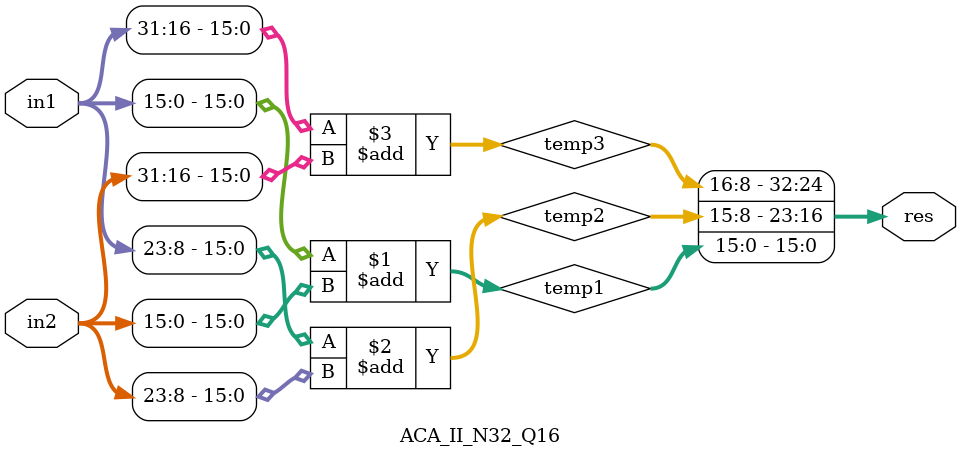
<source format=v>
`timescale 1ns / 1ps
module ACA_II_N32_Q16(
    input [31:0] in1,
    input [31:0] in2,
    output [32:0] res
    );

wire [16:0] temp1, temp2, temp3;

assign temp1[16:0] = in1[15:0] + in2[15:0];
assign temp2[16:0] = in1[23:8] + in2[23:8];
assign temp3[16:0] = in1[31:16] + in2[31:16];

assign res[32:0] = {temp3[16:8],temp2[15:8],temp1[15:0]};

endmodule


</source>
